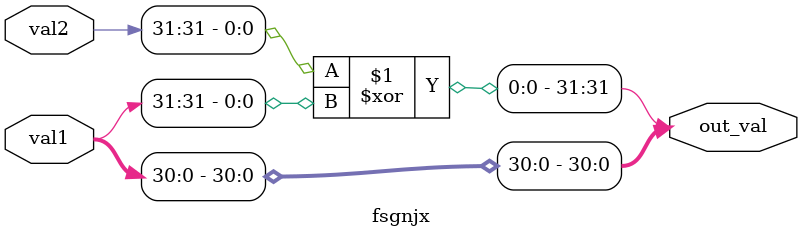
<source format=sv>
module fsgnjx (
	input [31:0] val1,
	input [31:0] val2,
	
	output [31:0] out_val
);

	assign out_val = {(val2[31]^val1[31]), val1[30:0]};

endmodule

</source>
